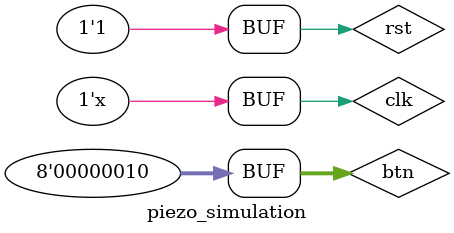
<source format=v>
`timescale 1us / 1ns

module piezo_simulation();

reg clk, rst;
reg [7:0] btn;
wire piezo;

piezo_basic P1(clk, rst, btn, piezo);

initial begin
    clk <= 0;
    rst <= 1;
    btn <= 8'b00000000;
    #1e+6; rst <= 0;
    #1e+6; rst <= 1;
    #1e+6; btn <= 8'b00000001;
    #1e+6; btn <= 8'b00000010;
end

always begin
    #0.5 clk <= ~clk; 
end
    
endmodule



</source>
